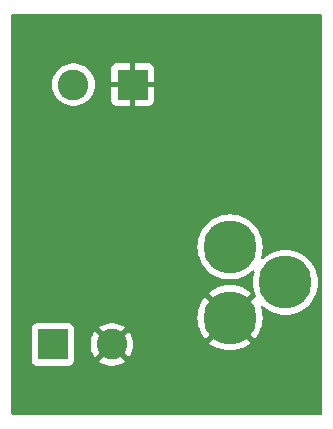
<source format=gbl>
%TF.GenerationSoftware,KiCad,Pcbnew,8.0.4*%
%TF.CreationDate,2024-11-20T20:43:30-05:00*%
%TF.ProjectId,voltage_regulator_5V_ap2210,766f6c74-6167-4655-9f72-6567756c6174,rev?*%
%TF.SameCoordinates,Original*%
%TF.FileFunction,Copper,L2,Bot*%
%TF.FilePolarity,Positive*%
%FSLAX46Y46*%
G04 Gerber Fmt 4.6, Leading zero omitted, Abs format (unit mm)*
G04 Created by KiCad (PCBNEW 8.0.4) date 2024-11-20 20:43:30*
%MOMM*%
%LPD*%
G01*
G04 APERTURE LIST*
%TA.AperFunction,ComponentPad*%
%ADD10R,2.600000X2.600000*%
%TD*%
%TA.AperFunction,ComponentPad*%
%ADD11C,2.600000*%
%TD*%
%TA.AperFunction,ComponentPad*%
%ADD12C,4.500000*%
%TD*%
%TA.AperFunction,ViaPad*%
%ADD13C,0.600000*%
%TD*%
G04 APERTURE END LIST*
D10*
%TO.P,J3,1,Pin_1*%
%TO.N,GND*%
X104000000Y-46250000D03*
D11*
%TO.P,J3,2,Pin_2*%
%TO.N,+3.3V*%
X99000000Y-46250000D03*
%TD*%
D12*
%TO.P,J2,1*%
%TO.N,+5V*%
X112250000Y-60000000D03*
%TO.P,J2,2*%
%TO.N,GND*%
X112250000Y-66000000D03*
%TO.P,J2,3*%
%TO.N,unconnected-(J2-Pad3)*%
X116950000Y-63000000D03*
%TD*%
D10*
%TO.P,J1,1,Pin_1*%
%TO.N,+5V*%
X97250000Y-68250000D03*
D11*
%TO.P,J1,2,Pin_2*%
%TO.N,GND*%
X102250000Y-68250000D03*
%TD*%
D13*
%TO.N,GND*%
X98250000Y-54000000D03*
X99000000Y-59750000D03*
X104750000Y-54000000D03*
%TD*%
%TA.AperFunction,Conductor*%
%TO.N,GND*%
G36*
X119942539Y-40270185D02*
G01*
X119988294Y-40322989D01*
X119999500Y-40374500D01*
X119999500Y-74125500D01*
X119979815Y-74192539D01*
X119927011Y-74238294D01*
X119875500Y-74249500D01*
X93874500Y-74249500D01*
X93807461Y-74229815D01*
X93761706Y-74177011D01*
X93750500Y-74125500D01*
X93750500Y-66902135D01*
X95449500Y-66902135D01*
X95449500Y-69597870D01*
X95449501Y-69597876D01*
X95455908Y-69657483D01*
X95506202Y-69792328D01*
X95506206Y-69792335D01*
X95592452Y-69907544D01*
X95592455Y-69907547D01*
X95707664Y-69993793D01*
X95707671Y-69993797D01*
X95842517Y-70044091D01*
X95842516Y-70044091D01*
X95849444Y-70044835D01*
X95902127Y-70050500D01*
X98597872Y-70050499D01*
X98657483Y-70044091D01*
X98792331Y-69993796D01*
X98907546Y-69907546D01*
X98993796Y-69792331D01*
X99044091Y-69657483D01*
X99050500Y-69597873D01*
X99050499Y-68249995D01*
X100444953Y-68249995D01*
X100444953Y-68250004D01*
X100465113Y-68519026D01*
X100465113Y-68519028D01*
X100525142Y-68782033D01*
X100525148Y-68782052D01*
X100623709Y-69033181D01*
X100623708Y-69033181D01*
X100758602Y-69266822D01*
X100812294Y-69334151D01*
X100812295Y-69334151D01*
X101648958Y-68497488D01*
X101673978Y-68557890D01*
X101745112Y-68664351D01*
X101835649Y-68754888D01*
X101942110Y-68826022D01*
X102002510Y-68851041D01*
X101164848Y-69688702D01*
X101347483Y-69813220D01*
X101347485Y-69813221D01*
X101590539Y-69930269D01*
X101590537Y-69930269D01*
X101848337Y-70009790D01*
X101848343Y-70009792D01*
X102115101Y-70049999D01*
X102115110Y-70050000D01*
X102384890Y-70050000D01*
X102384898Y-70049999D01*
X102651656Y-70009792D01*
X102651662Y-70009790D01*
X102909461Y-69930269D01*
X103152521Y-69813218D01*
X103335150Y-69688702D01*
X102497488Y-68851041D01*
X102557890Y-68826022D01*
X102664351Y-68754888D01*
X102754888Y-68664351D01*
X102826022Y-68557890D01*
X102851041Y-68497488D01*
X103687703Y-69334151D01*
X103687704Y-69334150D01*
X103741393Y-69266828D01*
X103741400Y-69266817D01*
X103876290Y-69033181D01*
X103974851Y-68782052D01*
X103974857Y-68782033D01*
X104034886Y-68519028D01*
X104034886Y-68519026D01*
X104055047Y-68250004D01*
X104055047Y-68249995D01*
X104034886Y-67980973D01*
X104034886Y-67980971D01*
X103974857Y-67717966D01*
X103974851Y-67717947D01*
X103876290Y-67466818D01*
X103876291Y-67466818D01*
X103741397Y-67233177D01*
X103687704Y-67165847D01*
X102851041Y-68002510D01*
X102826022Y-67942110D01*
X102754888Y-67835649D01*
X102664351Y-67745112D01*
X102557890Y-67673978D01*
X102497488Y-67648958D01*
X103335150Y-66811296D01*
X103152517Y-66686779D01*
X103152516Y-66686778D01*
X102909460Y-66569730D01*
X102909462Y-66569730D01*
X102651662Y-66490209D01*
X102651656Y-66490207D01*
X102384898Y-66450000D01*
X102115101Y-66450000D01*
X101848343Y-66490207D01*
X101848337Y-66490209D01*
X101590538Y-66569730D01*
X101347485Y-66686778D01*
X101347476Y-66686783D01*
X101164848Y-66811296D01*
X102002511Y-67648958D01*
X101942110Y-67673978D01*
X101835649Y-67745112D01*
X101745112Y-67835649D01*
X101673978Y-67942110D01*
X101648958Y-68002511D01*
X100812295Y-67165848D01*
X100758600Y-67233180D01*
X100623709Y-67466818D01*
X100525148Y-67717947D01*
X100525142Y-67717966D01*
X100465113Y-67980971D01*
X100465113Y-67980973D01*
X100444953Y-68249995D01*
X99050499Y-68249995D01*
X99050499Y-66902128D01*
X99044091Y-66842517D01*
X99032446Y-66811296D01*
X98993797Y-66707671D01*
X98993793Y-66707664D01*
X98907547Y-66592455D01*
X98907544Y-66592452D01*
X98792335Y-66506206D01*
X98792328Y-66506202D01*
X98657482Y-66455908D01*
X98657483Y-66455908D01*
X98597883Y-66449501D01*
X98597881Y-66449500D01*
X98597873Y-66449500D01*
X98597864Y-66449500D01*
X95902129Y-66449500D01*
X95902123Y-66449501D01*
X95842516Y-66455908D01*
X95707671Y-66506202D01*
X95707664Y-66506206D01*
X95592455Y-66592452D01*
X95592452Y-66592455D01*
X95506206Y-66707664D01*
X95506202Y-66707671D01*
X95455908Y-66842517D01*
X95449501Y-66902116D01*
X95449501Y-66902123D01*
X95449500Y-66902135D01*
X93750500Y-66902135D01*
X93750500Y-60000000D01*
X109494473Y-60000000D01*
X109514563Y-60332136D01*
X109514563Y-60332141D01*
X109514564Y-60332142D01*
X109574544Y-60659441D01*
X109574545Y-60659445D01*
X109574546Y-60659449D01*
X109673530Y-60977104D01*
X109673534Y-60977116D01*
X109673537Y-60977123D01*
X109810102Y-61280557D01*
X109903274Y-61434682D01*
X109982251Y-61565326D01*
X110187460Y-61827255D01*
X110422744Y-62062539D01*
X110684673Y-62267748D01*
X110684678Y-62267751D01*
X110684682Y-62267754D01*
X110969443Y-62439898D01*
X111272877Y-62576463D01*
X111272890Y-62576467D01*
X111272895Y-62576469D01*
X111484665Y-62642458D01*
X111590559Y-62675456D01*
X111917858Y-62735436D01*
X112250000Y-62755527D01*
X112582142Y-62735436D01*
X112909441Y-62675456D01*
X113227123Y-62576463D01*
X113530557Y-62439898D01*
X113815318Y-62267754D01*
X114077252Y-62062542D01*
X114133965Y-62005828D01*
X114195286Y-61972345D01*
X114264978Y-61977329D01*
X114320911Y-62019200D01*
X114345329Y-62084664D01*
X114340031Y-62130401D01*
X114274544Y-62340558D01*
X114214563Y-62667863D01*
X114194473Y-63000000D01*
X114214563Y-63332136D01*
X114214563Y-63332141D01*
X114214564Y-63332142D01*
X114274544Y-63659441D01*
X114274545Y-63659445D01*
X114274546Y-63659449D01*
X114373530Y-63977104D01*
X114373534Y-63977116D01*
X114373537Y-63977123D01*
X114416901Y-64073473D01*
X114426464Y-64142685D01*
X114397090Y-64206081D01*
X114391506Y-64212045D01*
X113544250Y-65059300D01*
X113470412Y-64957670D01*
X113292330Y-64779588D01*
X113190698Y-64705748D01*
X114010583Y-63885862D01*
X114010583Y-63885861D01*
X113815039Y-63732662D01*
X113815031Y-63732657D01*
X113530321Y-63560545D01*
X113530319Y-63560543D01*
X113226943Y-63424005D01*
X113226928Y-63423999D01*
X112909329Y-63325032D01*
X112582076Y-63265060D01*
X112250000Y-63244974D01*
X111917923Y-63265060D01*
X111590670Y-63325032D01*
X111273071Y-63423999D01*
X111273056Y-63424005D01*
X110969680Y-63560543D01*
X110969678Y-63560545D01*
X110684968Y-63732657D01*
X110489415Y-63885862D01*
X111309301Y-64705748D01*
X111207670Y-64779588D01*
X111029588Y-64957670D01*
X110955748Y-65059301D01*
X110135862Y-64239415D01*
X109982657Y-64434968D01*
X109810545Y-64719678D01*
X109810543Y-64719680D01*
X109674005Y-65023056D01*
X109673999Y-65023071D01*
X109575032Y-65340670D01*
X109515060Y-65667923D01*
X109494974Y-66000000D01*
X109515060Y-66332076D01*
X109575032Y-66659329D01*
X109673999Y-66976928D01*
X109674005Y-66976943D01*
X109810543Y-67280319D01*
X109810545Y-67280321D01*
X109982657Y-67565031D01*
X109982662Y-67565039D01*
X110135862Y-67760583D01*
X110955747Y-66940697D01*
X111029588Y-67042330D01*
X111207670Y-67220412D01*
X111309300Y-67294251D01*
X110489415Y-68114136D01*
X110489415Y-68114137D01*
X110684960Y-68267337D01*
X110684968Y-68267342D01*
X110969678Y-68439454D01*
X110969680Y-68439456D01*
X111273056Y-68575994D01*
X111273071Y-68576000D01*
X111590670Y-68674967D01*
X111917923Y-68734939D01*
X112250000Y-68755025D01*
X112582076Y-68734939D01*
X112909329Y-68674967D01*
X113226928Y-68576000D01*
X113226943Y-68575994D01*
X113530319Y-68439456D01*
X113530321Y-68439454D01*
X113815030Y-68267343D01*
X114010583Y-68114137D01*
X114010583Y-68114136D01*
X113190698Y-67294251D01*
X113292330Y-67220412D01*
X113470412Y-67042330D01*
X113544251Y-66940698D01*
X114364136Y-67760583D01*
X114364137Y-67760583D01*
X114517343Y-67565030D01*
X114689454Y-67280321D01*
X114689456Y-67280319D01*
X114825994Y-66976943D01*
X114826000Y-66976928D01*
X114924967Y-66659329D01*
X114984939Y-66332076D01*
X115005025Y-66000000D01*
X114984939Y-65667923D01*
X114924967Y-65340670D01*
X114859208Y-65129640D01*
X114858056Y-65059780D01*
X114894857Y-65000388D01*
X114957926Y-64970320D01*
X115027239Y-64979122D01*
X115065274Y-65005069D01*
X115122744Y-65062539D01*
X115384673Y-65267748D01*
X115384678Y-65267751D01*
X115384682Y-65267754D01*
X115669443Y-65439898D01*
X115972877Y-65576463D01*
X115972890Y-65576467D01*
X115972895Y-65576469D01*
X116129704Y-65625332D01*
X116290559Y-65675456D01*
X116617858Y-65735436D01*
X116950000Y-65755527D01*
X117282142Y-65735436D01*
X117609441Y-65675456D01*
X117927123Y-65576463D01*
X118230557Y-65439898D01*
X118515318Y-65267754D01*
X118777252Y-65062542D01*
X119012542Y-64827252D01*
X119217754Y-64565318D01*
X119389898Y-64280557D01*
X119526463Y-63977123D01*
X119625456Y-63659441D01*
X119685436Y-63332142D01*
X119705527Y-63000000D01*
X119685436Y-62667858D01*
X119625456Y-62340559D01*
X119559969Y-62130401D01*
X119526469Y-62022895D01*
X119526467Y-62022890D01*
X119526463Y-62022877D01*
X119389898Y-61719443D01*
X119217754Y-61434682D01*
X119217751Y-61434678D01*
X119217748Y-61434673D01*
X119012539Y-61172744D01*
X118777255Y-60937460D01*
X118515326Y-60732251D01*
X118515318Y-60732246D01*
X118230557Y-60560102D01*
X117927123Y-60423537D01*
X117927116Y-60423534D01*
X117927104Y-60423530D01*
X117609449Y-60324546D01*
X117609445Y-60324545D01*
X117609441Y-60324544D01*
X117282142Y-60264564D01*
X117282141Y-60264563D01*
X117282136Y-60264563D01*
X116950000Y-60244473D01*
X116617863Y-60264563D01*
X116617858Y-60264564D01*
X116290559Y-60324544D01*
X116290556Y-60324544D01*
X116290550Y-60324546D01*
X115972895Y-60423530D01*
X115972879Y-60423536D01*
X115972877Y-60423537D01*
X115779656Y-60510498D01*
X115669447Y-60560100D01*
X115669445Y-60560101D01*
X115384673Y-60732251D01*
X115122748Y-60937457D01*
X115066035Y-60994170D01*
X115004711Y-61027654D01*
X114935019Y-61022669D01*
X114879086Y-60980798D01*
X114854670Y-60915333D01*
X114859969Y-60869598D01*
X114870469Y-60835899D01*
X114925456Y-60659441D01*
X114985436Y-60332142D01*
X115005527Y-60000000D01*
X114985436Y-59667858D01*
X114925456Y-59340559D01*
X114826463Y-59022877D01*
X114689898Y-58719443D01*
X114517754Y-58434682D01*
X114517751Y-58434678D01*
X114517748Y-58434673D01*
X114312539Y-58172744D01*
X114077255Y-57937460D01*
X113815326Y-57732251D01*
X113815318Y-57732246D01*
X113530557Y-57560102D01*
X113227123Y-57423537D01*
X113227116Y-57423534D01*
X113227104Y-57423530D01*
X112909449Y-57324546D01*
X112909445Y-57324545D01*
X112909441Y-57324544D01*
X112582142Y-57264564D01*
X112582141Y-57264563D01*
X112582136Y-57264563D01*
X112250000Y-57244473D01*
X111917863Y-57264563D01*
X111917858Y-57264564D01*
X111590559Y-57324544D01*
X111590556Y-57324544D01*
X111590550Y-57324546D01*
X111272895Y-57423530D01*
X111272879Y-57423536D01*
X111272877Y-57423537D01*
X111079656Y-57510498D01*
X110969447Y-57560100D01*
X110969445Y-57560101D01*
X110684673Y-57732251D01*
X110422744Y-57937460D01*
X110187460Y-58172744D01*
X109982251Y-58434673D01*
X109810101Y-58719445D01*
X109810100Y-58719447D01*
X109673536Y-59022880D01*
X109673530Y-59022895D01*
X109574546Y-59340550D01*
X109514563Y-59667863D01*
X109494473Y-60000000D01*
X93750500Y-60000000D01*
X93750500Y-46249995D01*
X97194451Y-46249995D01*
X97194451Y-46250004D01*
X97214616Y-46519101D01*
X97274664Y-46782188D01*
X97274666Y-46782195D01*
X97320901Y-46900000D01*
X97373257Y-47033398D01*
X97508185Y-47267102D01*
X97644080Y-47437509D01*
X97676442Y-47478089D01*
X97863183Y-47651358D01*
X97874259Y-47661635D01*
X98097226Y-47813651D01*
X98340359Y-47930738D01*
X98598228Y-48010280D01*
X98598229Y-48010280D01*
X98598232Y-48010281D01*
X98865063Y-48050499D01*
X98865068Y-48050499D01*
X98865071Y-48050500D01*
X98865072Y-48050500D01*
X99134928Y-48050500D01*
X99134929Y-48050500D01*
X99134936Y-48050499D01*
X99401767Y-48010281D01*
X99401768Y-48010280D01*
X99401772Y-48010280D01*
X99659641Y-47930738D01*
X99902775Y-47813651D01*
X100125741Y-47661635D01*
X100323561Y-47478085D01*
X100491815Y-47267102D01*
X100626743Y-47033398D01*
X100725334Y-46782195D01*
X100785383Y-46519103D01*
X100805549Y-46250000D01*
X100785383Y-45980897D01*
X100725334Y-45717805D01*
X100626743Y-45466602D01*
X100491815Y-45232898D01*
X100323561Y-45021915D01*
X100323560Y-45021914D01*
X100323557Y-45021910D01*
X100194491Y-44902155D01*
X102200000Y-44902155D01*
X102200000Y-46000000D01*
X103399999Y-46000000D01*
X103374979Y-46060402D01*
X103350000Y-46185981D01*
X103350000Y-46314019D01*
X103374979Y-46439598D01*
X103399999Y-46500000D01*
X102200000Y-46500000D01*
X102200000Y-47597844D01*
X102206401Y-47657372D01*
X102206403Y-47657379D01*
X102256645Y-47792086D01*
X102256649Y-47792093D01*
X102342809Y-47907187D01*
X102342812Y-47907190D01*
X102457906Y-47993350D01*
X102457913Y-47993354D01*
X102592620Y-48043596D01*
X102592627Y-48043598D01*
X102652155Y-48049999D01*
X102652172Y-48050000D01*
X103750000Y-48050000D01*
X103750000Y-46850001D01*
X103810402Y-46875021D01*
X103935981Y-46900000D01*
X104064019Y-46900000D01*
X104189598Y-46875021D01*
X104250000Y-46850001D01*
X104250000Y-48050000D01*
X105347828Y-48050000D01*
X105347844Y-48049999D01*
X105407372Y-48043598D01*
X105407379Y-48043596D01*
X105542086Y-47993354D01*
X105542093Y-47993350D01*
X105657187Y-47907190D01*
X105657190Y-47907187D01*
X105743350Y-47792093D01*
X105743354Y-47792086D01*
X105793596Y-47657379D01*
X105793598Y-47657372D01*
X105799999Y-47597844D01*
X105800000Y-47597827D01*
X105800000Y-46500000D01*
X104600001Y-46500000D01*
X104625021Y-46439598D01*
X104650000Y-46314019D01*
X104650000Y-46185981D01*
X104625021Y-46060402D01*
X104600001Y-46000000D01*
X105800000Y-46000000D01*
X105800000Y-44902172D01*
X105799999Y-44902155D01*
X105793598Y-44842627D01*
X105793596Y-44842620D01*
X105743354Y-44707913D01*
X105743350Y-44707906D01*
X105657190Y-44592812D01*
X105657187Y-44592809D01*
X105542093Y-44506649D01*
X105542086Y-44506645D01*
X105407379Y-44456403D01*
X105407372Y-44456401D01*
X105347844Y-44450000D01*
X104250000Y-44450000D01*
X104250000Y-45649998D01*
X104189598Y-45624979D01*
X104064019Y-45600000D01*
X103935981Y-45600000D01*
X103810402Y-45624979D01*
X103750000Y-45649998D01*
X103750000Y-44450000D01*
X102652155Y-44450000D01*
X102592627Y-44456401D01*
X102592620Y-44456403D01*
X102457913Y-44506645D01*
X102457906Y-44506649D01*
X102342812Y-44592809D01*
X102342809Y-44592812D01*
X102256649Y-44707906D01*
X102256645Y-44707913D01*
X102206403Y-44842620D01*
X102206401Y-44842627D01*
X102200000Y-44902155D01*
X100194491Y-44902155D01*
X100125741Y-44838365D01*
X99902775Y-44686349D01*
X99902769Y-44686346D01*
X99902768Y-44686345D01*
X99902767Y-44686344D01*
X99659643Y-44569263D01*
X99659645Y-44569263D01*
X99401773Y-44489720D01*
X99401767Y-44489718D01*
X99134936Y-44449500D01*
X99134929Y-44449500D01*
X98865071Y-44449500D01*
X98865063Y-44449500D01*
X98598232Y-44489718D01*
X98598226Y-44489720D01*
X98340358Y-44569262D01*
X98097230Y-44686346D01*
X97874258Y-44838365D01*
X97676442Y-45021910D01*
X97508185Y-45232898D01*
X97373258Y-45466599D01*
X97373256Y-45466603D01*
X97274666Y-45717804D01*
X97274664Y-45717811D01*
X97214616Y-45980898D01*
X97194451Y-46249995D01*
X93750500Y-46249995D01*
X93750500Y-40374500D01*
X93770185Y-40307461D01*
X93822989Y-40261706D01*
X93874500Y-40250500D01*
X119875500Y-40250500D01*
X119942539Y-40270185D01*
G37*
%TD.AperFunction*%
%TD*%
M02*

</source>
